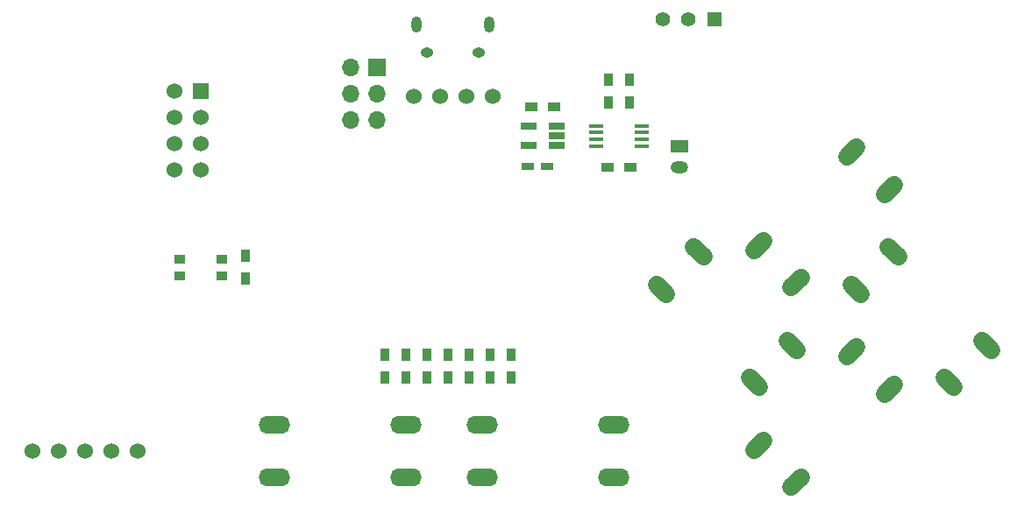
<source format=gbr>
G04 #@! TF.FileFunction,Soldermask,Bot*
%FSLAX46Y46*%
G04 Gerber Fmt 4.6, Leading zero omitted, Abs format (unit mm)*
G04 Created by KiCad (PCBNEW 4.0.5) date 03/21/17 19:18:11*
%MOMM*%
%LPD*%
G01*
G04 APERTURE LIST*
%ADD10C,0.100000*%
%ADD11R,1.700000X1.700000*%
%ADD12O,1.700000X1.700000*%
%ADD13C,1.727200*%
%ADD14O,3.048000X1.727200*%
%ADD15R,1.200000X0.750000*%
%ADD16R,1.700000X1.200000*%
%ADD17O,1.700000X1.200000*%
%ADD18O,1.250000X0.950000*%
%ADD19O,1.000000X1.550000*%
%ADD20R,1.200000X0.900000*%
%ADD21R,0.900000X1.200000*%
%ADD22R,1.000000X0.900000*%
%ADD23R,1.560000X0.650000*%
%ADD24R,1.450000X0.450000*%
%ADD25R,1.524000X1.524000*%
%ADD26C,1.524000*%
%ADD27R,1.397000X1.397000*%
%ADD28C,1.397000*%
G04 APERTURE END LIST*
D10*
D11*
X84074000Y-144526000D03*
D12*
X81534000Y-144526000D03*
X84074000Y-147066000D03*
X81534000Y-147066000D03*
X84074000Y-149606000D03*
X81534000Y-149606000D03*
D13*
X123675206Y-170883104D02*
X124609152Y-171817050D01*
X120083104Y-174475206D02*
X121017050Y-175409152D01*
X114694950Y-161902848D02*
X115628896Y-162836794D01*
X111102848Y-165494950D02*
X112036794Y-166428896D01*
X129481104Y-172488794D02*
X130415050Y-171554848D01*
X133073206Y-176080896D02*
X134007152Y-175146950D01*
X120500848Y-181469050D02*
X121434794Y-180535104D01*
X124092950Y-185061152D02*
X125026896Y-184127206D01*
X130832794Y-166428896D02*
X129898848Y-165494950D01*
X134424896Y-162836794D02*
X133490950Y-161902848D01*
X139813050Y-175409152D02*
X138879104Y-174475206D01*
X143405152Y-171817050D02*
X142471206Y-170883104D01*
X125026896Y-164823206D02*
X124092950Y-165757152D01*
X121434794Y-161231104D02*
X120500848Y-162165050D01*
X134007152Y-155842950D02*
X133073206Y-156776896D01*
X130415050Y-152250848D02*
X129481104Y-153184794D01*
D14*
X94234000Y-184150000D03*
X94234000Y-179070000D03*
X106934000Y-184150000D03*
X106934000Y-179070000D03*
X74168000Y-184150000D03*
X74168000Y-179070000D03*
X86868000Y-184150000D03*
X86868000Y-179070000D03*
D15*
X98618000Y-154051000D03*
X100518000Y-154051000D03*
D16*
X113284000Y-152146000D03*
D17*
X113284000Y-154146000D03*
D18*
X93940000Y-143082000D03*
X88940000Y-143082000D03*
D19*
X94940000Y-140382000D03*
X87940000Y-140382000D03*
D20*
X98976000Y-148336000D03*
X101176000Y-148336000D03*
X106342000Y-154178000D03*
X108542000Y-154178000D03*
D21*
X71374000Y-162730000D03*
X71374000Y-164930000D03*
X90932000Y-174455000D03*
X90932000Y-172255000D03*
X92964000Y-174455000D03*
X92964000Y-172255000D03*
X97028000Y-174455000D03*
X97028000Y-172255000D03*
X94996000Y-174455000D03*
X94996000Y-172255000D03*
X88900000Y-174455000D03*
X88900000Y-172255000D03*
X86868000Y-174455000D03*
X86868000Y-172255000D03*
X84836000Y-174455000D03*
X84836000Y-172255000D03*
X106426000Y-147912000D03*
X106426000Y-145712000D03*
X108458000Y-147912000D03*
X108458000Y-145712000D03*
D22*
X65006000Y-164630000D03*
X65006000Y-163030000D03*
X69106000Y-164630000D03*
X69106000Y-163030000D03*
D23*
X101426000Y-150180000D03*
X101426000Y-151130000D03*
X101426000Y-152080000D03*
X98726000Y-152080000D03*
X98726000Y-150180000D03*
D24*
X105242000Y-152105000D03*
X105242000Y-151455000D03*
X105242000Y-150805000D03*
X105242000Y-150155000D03*
X109642000Y-150155000D03*
X109642000Y-150805000D03*
X109642000Y-151455000D03*
X109642000Y-152105000D03*
D25*
X67056000Y-146812000D03*
D26*
X64516000Y-146812000D03*
X67056000Y-149352000D03*
X64516000Y-149352000D03*
X67056000Y-151892000D03*
X64516000Y-151892000D03*
X67056000Y-154432000D03*
X64516000Y-154432000D03*
X50800000Y-181610000D03*
X53340000Y-181610000D03*
X55880000Y-181610000D03*
X58420000Y-181610000D03*
X60960000Y-181610000D03*
X87630000Y-147320000D03*
X90170000Y-147320000D03*
X92710000Y-147320000D03*
X95250000Y-147320000D03*
D27*
X116673000Y-139827000D03*
D28*
X114173000Y-139827000D03*
X111673000Y-139827000D03*
M02*

</source>
